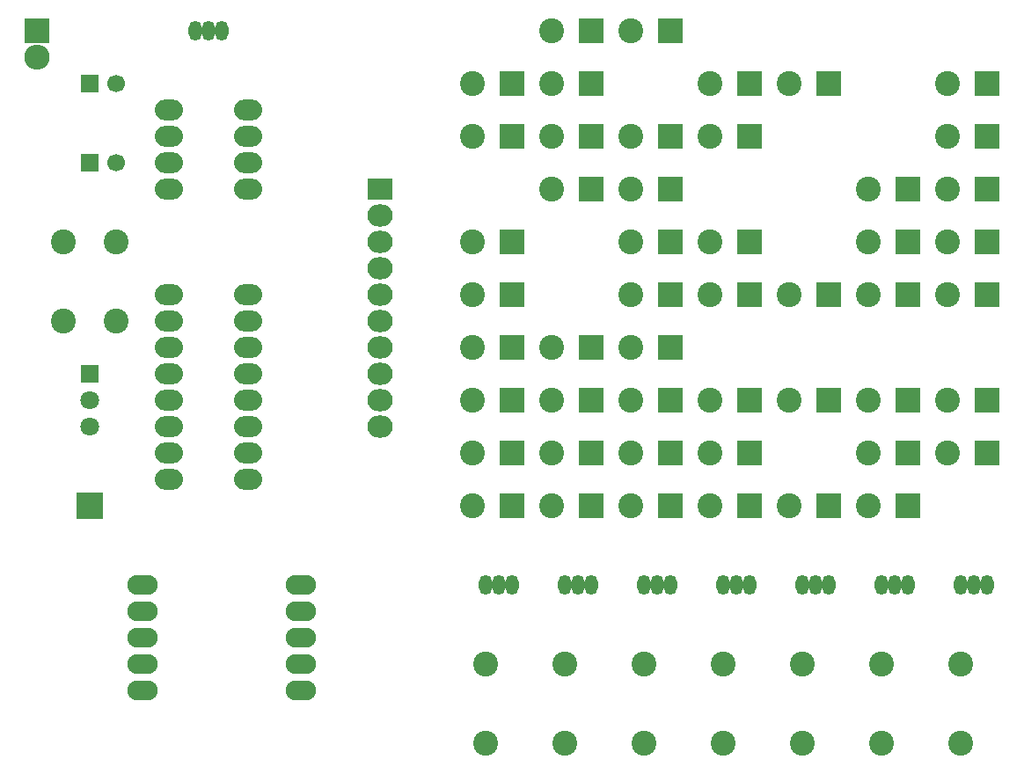
<source format=gbr>
G04 #@! TF.FileFunction,Soldermask,Bot*
%FSLAX46Y46*%
G04 Gerber Fmt 4.6, Leading zero omitted, Abs format (unit mm)*
G04 Created by KiCad (PCBNEW 4.0.5+dfsg1-4) date Sun May 13 10:15:53 2018*
%MOMM*%
%LPD*%
G01*
G04 APERTURE LIST*
%ADD10C,0.100000*%
%ADD11R,1.700000X1.700000*%
%ADD12C,1.700000*%
%ADD13C,2.398980*%
%ADD14R,2.398980X2.398980*%
%ADD15R,2.432000X2.432000*%
%ADD16O,2.432000X2.432000*%
%ADD17R,2.635200X2.635200*%
%ADD18R,2.432000X2.127200*%
%ADD19O,2.432000X2.127200*%
%ADD20O,1.299160X1.901140*%
%ADD21R,1.797000X1.797000*%
%ADD22C,1.797000*%
%ADD23O,2.700000X2.000000*%
%ADD24O,2.924000X1.924000*%
G04 APERTURE END LIST*
D10*
D11*
X76200000Y-101600000D03*
D12*
X78700000Y-101600000D03*
D11*
X76200000Y-93980000D03*
D12*
X78700000Y-93980000D03*
D13*
X113030000Y-93980000D03*
D14*
X116840000Y-93980000D03*
D13*
X113030000Y-99060000D03*
D14*
X116840000Y-99060000D03*
D13*
X113030000Y-109220000D03*
D14*
X116840000Y-109220000D03*
D13*
X113030000Y-114300000D03*
D14*
X116840000Y-114300000D03*
D13*
X113030000Y-119380000D03*
D14*
X116840000Y-119380000D03*
D13*
X113030000Y-124460000D03*
D14*
X116840000Y-124460000D03*
D13*
X113030000Y-129540000D03*
D14*
X116840000Y-129540000D03*
D13*
X113030000Y-134620000D03*
D14*
X116840000Y-134620000D03*
D13*
X120650000Y-88900000D03*
D14*
X124460000Y-88900000D03*
D13*
X120650000Y-93980000D03*
D14*
X124460000Y-93980000D03*
D13*
X120650000Y-99060000D03*
D14*
X124460000Y-99060000D03*
D13*
X120650000Y-104140000D03*
D14*
X124460000Y-104140000D03*
D13*
X120650000Y-119380000D03*
D14*
X124460000Y-119380000D03*
D13*
X120650000Y-124460000D03*
D14*
X124460000Y-124460000D03*
D13*
X120650000Y-129540000D03*
D14*
X124460000Y-129540000D03*
D13*
X120650000Y-134620000D03*
D14*
X124460000Y-134620000D03*
D13*
X128270000Y-88900000D03*
D14*
X132080000Y-88900000D03*
D13*
X128270000Y-99060000D03*
D14*
X132080000Y-99060000D03*
D13*
X128270000Y-104140000D03*
D14*
X132080000Y-104140000D03*
D13*
X128270000Y-109220000D03*
D14*
X132080000Y-109220000D03*
D13*
X128270000Y-114300000D03*
D14*
X132080000Y-114300000D03*
D13*
X128270000Y-119380000D03*
D14*
X132080000Y-119380000D03*
D13*
X128270000Y-124460000D03*
D14*
X132080000Y-124460000D03*
D13*
X128270000Y-129540000D03*
D14*
X132080000Y-129540000D03*
D13*
X128270000Y-134620000D03*
D14*
X132080000Y-134620000D03*
D13*
X135890000Y-93980000D03*
D14*
X139700000Y-93980000D03*
D13*
X135890000Y-99060000D03*
D14*
X139700000Y-99060000D03*
D13*
X135890000Y-109220000D03*
D14*
X139700000Y-109220000D03*
D13*
X135890000Y-114300000D03*
D14*
X139700000Y-114300000D03*
D13*
X135890000Y-124460000D03*
D14*
X139700000Y-124460000D03*
D13*
X135890000Y-129540000D03*
D14*
X139700000Y-129540000D03*
D13*
X135890000Y-134620000D03*
D14*
X139700000Y-134620000D03*
D13*
X143510000Y-93980000D03*
D14*
X147320000Y-93980000D03*
D13*
X143510000Y-114300000D03*
D14*
X147320000Y-114300000D03*
D13*
X143510000Y-124460000D03*
D14*
X147320000Y-124460000D03*
D13*
X143510000Y-134620000D03*
D14*
X147320000Y-134620000D03*
D13*
X151130000Y-104140000D03*
D14*
X154940000Y-104140000D03*
D13*
X151130000Y-109220000D03*
D14*
X154940000Y-109220000D03*
D13*
X151130000Y-114300000D03*
D14*
X154940000Y-114300000D03*
D13*
X151130000Y-124460000D03*
D14*
X154940000Y-124460000D03*
D13*
X151130000Y-129540000D03*
D14*
X154940000Y-129540000D03*
D13*
X151130000Y-134620000D03*
D14*
X154940000Y-134620000D03*
D13*
X158750000Y-93980000D03*
D14*
X162560000Y-93980000D03*
D13*
X158750000Y-99060000D03*
D14*
X162560000Y-99060000D03*
D13*
X158750000Y-104140000D03*
D14*
X162560000Y-104140000D03*
D13*
X158750000Y-109220000D03*
D14*
X162560000Y-109220000D03*
D13*
X158750000Y-114300000D03*
D14*
X162560000Y-114300000D03*
D13*
X158750000Y-124460000D03*
D14*
X162560000Y-124460000D03*
D13*
X158750000Y-129540000D03*
D14*
X162560000Y-129540000D03*
D15*
X71120000Y-88900000D03*
D16*
X71120000Y-91440000D03*
D17*
X76200000Y-134620000D03*
D18*
X104140000Y-104140000D03*
D19*
X104140000Y-106680000D03*
X104140000Y-109220000D03*
X104140000Y-111760000D03*
X104140000Y-114300000D03*
X104140000Y-116840000D03*
X104140000Y-119380000D03*
X104140000Y-121920000D03*
X104140000Y-124460000D03*
X104140000Y-127000000D03*
D20*
X115570000Y-142240000D03*
X114300000Y-142240000D03*
X116840000Y-142240000D03*
X123190000Y-142240000D03*
X121920000Y-142240000D03*
X124460000Y-142240000D03*
X130810000Y-142240000D03*
X129540000Y-142240000D03*
X132080000Y-142240000D03*
X138430000Y-142240000D03*
X137160000Y-142240000D03*
X139700000Y-142240000D03*
X146050000Y-142240000D03*
X144780000Y-142240000D03*
X147320000Y-142240000D03*
X153670000Y-142240000D03*
X152400000Y-142240000D03*
X154940000Y-142240000D03*
X161290000Y-142240000D03*
X160020000Y-142240000D03*
X162560000Y-142240000D03*
D21*
X76200000Y-121920000D03*
D22*
X76200000Y-124460000D03*
X76200000Y-127000000D03*
D23*
X83820000Y-96520000D03*
X83820000Y-99060000D03*
X83820000Y-101600000D03*
X83820000Y-104140000D03*
X91440000Y-104140000D03*
X91440000Y-101600000D03*
X91440000Y-99060000D03*
X91440000Y-96520000D03*
X83820000Y-114300000D03*
X83820000Y-116840000D03*
X83820000Y-119380000D03*
X83820000Y-121920000D03*
X83820000Y-124460000D03*
X83820000Y-127000000D03*
X83820000Y-129540000D03*
X83820000Y-132080000D03*
X91440000Y-132080000D03*
X91440000Y-129540000D03*
X91440000Y-127000000D03*
X91440000Y-124460000D03*
X91440000Y-121920000D03*
X91440000Y-119380000D03*
X91440000Y-116840000D03*
X91440000Y-114300000D03*
D20*
X87630000Y-88900000D03*
X86360000Y-88900000D03*
X88900000Y-88900000D03*
D24*
X96520000Y-152400000D03*
X96520000Y-149860000D03*
X96520000Y-147320000D03*
X96520000Y-144780000D03*
X96520000Y-142240000D03*
X81280000Y-142240000D03*
X81280000Y-144780000D03*
X81280000Y-147320000D03*
X81280000Y-149860000D03*
X81280000Y-152400000D03*
D13*
X78740000Y-109220000D03*
X78740000Y-116840000D03*
X73660000Y-116840000D03*
X73660000Y-109220000D03*
X114300000Y-149860000D03*
X114300000Y-157480000D03*
X121920000Y-149860000D03*
X121920000Y-157480000D03*
X129540000Y-149860000D03*
X129540000Y-157480000D03*
X137160000Y-149860000D03*
X137160000Y-157480000D03*
X144780000Y-149860000D03*
X144780000Y-157480000D03*
X152400000Y-149860000D03*
X152400000Y-157480000D03*
X160020000Y-149860000D03*
X160020000Y-157480000D03*
M02*

</source>
